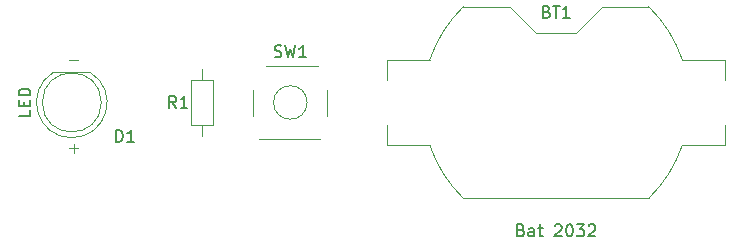
<source format=gto>
%TF.GenerationSoftware,KiCad,Pcbnew,9.0.3*%
%TF.CreationDate,2025-08-26T14:35:58+05:30*%
%TF.ProjectId,Project 1 LED Torch,50726f6a-6563-4742-9031-204c45442054,1*%
%TF.SameCoordinates,Original*%
%TF.FileFunction,Legend,Top*%
%TF.FilePolarity,Positive*%
%FSLAX46Y46*%
G04 Gerber Fmt 4.6, Leading zero omitted, Abs format (unit mm)*
G04 Created by KiCad (PCBNEW 9.0.3) date 2025-08-26 14:35:58*
%MOMM*%
%LPD*%
G01*
G04 APERTURE LIST*
%ADD10C,0.100000*%
%ADD11C,0.150000*%
%ADD12C,0.120000*%
G04 APERTURE END LIST*
D10*
X110803884Y-126491466D02*
X111565789Y-126491466D01*
X111184836Y-126872419D02*
X111184836Y-126110514D01*
X110803884Y-118991466D02*
X111565789Y-118991466D01*
D11*
X119833333Y-123079819D02*
X119500000Y-122603628D01*
X119261905Y-123079819D02*
X119261905Y-122079819D01*
X119261905Y-122079819D02*
X119642857Y-122079819D01*
X119642857Y-122079819D02*
X119738095Y-122127438D01*
X119738095Y-122127438D02*
X119785714Y-122175057D01*
X119785714Y-122175057D02*
X119833333Y-122270295D01*
X119833333Y-122270295D02*
X119833333Y-122413152D01*
X119833333Y-122413152D02*
X119785714Y-122508390D01*
X119785714Y-122508390D02*
X119738095Y-122556009D01*
X119738095Y-122556009D02*
X119642857Y-122603628D01*
X119642857Y-122603628D02*
X119261905Y-122603628D01*
X120785714Y-123079819D02*
X120214286Y-123079819D01*
X120500000Y-123079819D02*
X120500000Y-122079819D01*
X120500000Y-122079819D02*
X120404762Y-122222676D01*
X120404762Y-122222676D02*
X120309524Y-122317914D01*
X120309524Y-122317914D02*
X120214286Y-122365533D01*
X128166667Y-118732200D02*
X128309524Y-118779819D01*
X128309524Y-118779819D02*
X128547619Y-118779819D01*
X128547619Y-118779819D02*
X128642857Y-118732200D01*
X128642857Y-118732200D02*
X128690476Y-118684580D01*
X128690476Y-118684580D02*
X128738095Y-118589342D01*
X128738095Y-118589342D02*
X128738095Y-118494104D01*
X128738095Y-118494104D02*
X128690476Y-118398866D01*
X128690476Y-118398866D02*
X128642857Y-118351247D01*
X128642857Y-118351247D02*
X128547619Y-118303628D01*
X128547619Y-118303628D02*
X128357143Y-118256009D01*
X128357143Y-118256009D02*
X128261905Y-118208390D01*
X128261905Y-118208390D02*
X128214286Y-118160771D01*
X128214286Y-118160771D02*
X128166667Y-118065533D01*
X128166667Y-118065533D02*
X128166667Y-117970295D01*
X128166667Y-117970295D02*
X128214286Y-117875057D01*
X128214286Y-117875057D02*
X128261905Y-117827438D01*
X128261905Y-117827438D02*
X128357143Y-117779819D01*
X128357143Y-117779819D02*
X128595238Y-117779819D01*
X128595238Y-117779819D02*
X128738095Y-117827438D01*
X129071429Y-117779819D02*
X129309524Y-118779819D01*
X129309524Y-118779819D02*
X129500000Y-118065533D01*
X129500000Y-118065533D02*
X129690476Y-118779819D01*
X129690476Y-118779819D02*
X129928572Y-117779819D01*
X130833333Y-118779819D02*
X130261905Y-118779819D01*
X130547619Y-118779819D02*
X130547619Y-117779819D01*
X130547619Y-117779819D02*
X130452381Y-117922676D01*
X130452381Y-117922676D02*
X130357143Y-118017914D01*
X130357143Y-118017914D02*
X130261905Y-118065533D01*
X114761905Y-125954819D02*
X114761905Y-124954819D01*
X114761905Y-124954819D02*
X115000000Y-124954819D01*
X115000000Y-124954819D02*
X115142857Y-125002438D01*
X115142857Y-125002438D02*
X115238095Y-125097676D01*
X115238095Y-125097676D02*
X115285714Y-125192914D01*
X115285714Y-125192914D02*
X115333333Y-125383390D01*
X115333333Y-125383390D02*
X115333333Y-125526247D01*
X115333333Y-125526247D02*
X115285714Y-125716723D01*
X115285714Y-125716723D02*
X115238095Y-125811961D01*
X115238095Y-125811961D02*
X115142857Y-125907200D01*
X115142857Y-125907200D02*
X115000000Y-125954819D01*
X115000000Y-125954819D02*
X114761905Y-125954819D01*
X116285714Y-125954819D02*
X115714286Y-125954819D01*
X116000000Y-125954819D02*
X116000000Y-124954819D01*
X116000000Y-124954819D02*
X115904762Y-125097676D01*
X115904762Y-125097676D02*
X115809524Y-125192914D01*
X115809524Y-125192914D02*
X115714286Y-125240533D01*
X107494819Y-123262857D02*
X107494819Y-123739047D01*
X107494819Y-123739047D02*
X106494819Y-123739047D01*
X106971009Y-122929523D02*
X106971009Y-122596190D01*
X107494819Y-122453333D02*
X107494819Y-122929523D01*
X107494819Y-122929523D02*
X106494819Y-122929523D01*
X106494819Y-122929523D02*
X106494819Y-122453333D01*
X107494819Y-122024761D02*
X106494819Y-122024761D01*
X106494819Y-122024761D02*
X106494819Y-121786666D01*
X106494819Y-121786666D02*
X106542438Y-121643809D01*
X106542438Y-121643809D02*
X106637676Y-121548571D01*
X106637676Y-121548571D02*
X106732914Y-121500952D01*
X106732914Y-121500952D02*
X106923390Y-121453333D01*
X106923390Y-121453333D02*
X107066247Y-121453333D01*
X107066247Y-121453333D02*
X107256723Y-121500952D01*
X107256723Y-121500952D02*
X107351961Y-121548571D01*
X107351961Y-121548571D02*
X107447200Y-121643809D01*
X107447200Y-121643809D02*
X107494819Y-121786666D01*
X107494819Y-121786666D02*
X107494819Y-122024761D01*
X151214285Y-114936009D02*
X151357142Y-114983628D01*
X151357142Y-114983628D02*
X151404761Y-115031247D01*
X151404761Y-115031247D02*
X151452380Y-115126485D01*
X151452380Y-115126485D02*
X151452380Y-115269342D01*
X151452380Y-115269342D02*
X151404761Y-115364580D01*
X151404761Y-115364580D02*
X151357142Y-115412200D01*
X151357142Y-115412200D02*
X151261904Y-115459819D01*
X151261904Y-115459819D02*
X150880952Y-115459819D01*
X150880952Y-115459819D02*
X150880952Y-114459819D01*
X150880952Y-114459819D02*
X151214285Y-114459819D01*
X151214285Y-114459819D02*
X151309523Y-114507438D01*
X151309523Y-114507438D02*
X151357142Y-114555057D01*
X151357142Y-114555057D02*
X151404761Y-114650295D01*
X151404761Y-114650295D02*
X151404761Y-114745533D01*
X151404761Y-114745533D02*
X151357142Y-114840771D01*
X151357142Y-114840771D02*
X151309523Y-114888390D01*
X151309523Y-114888390D02*
X151214285Y-114936009D01*
X151214285Y-114936009D02*
X150880952Y-114936009D01*
X151738095Y-114459819D02*
X152309523Y-114459819D01*
X152023809Y-115459819D02*
X152023809Y-114459819D01*
X153166666Y-115459819D02*
X152595238Y-115459819D01*
X152880952Y-115459819D02*
X152880952Y-114459819D01*
X152880952Y-114459819D02*
X152785714Y-114602676D01*
X152785714Y-114602676D02*
X152690476Y-114697914D01*
X152690476Y-114697914D02*
X152595238Y-114745533D01*
X149047618Y-133431009D02*
X149190475Y-133478628D01*
X149190475Y-133478628D02*
X149238094Y-133526247D01*
X149238094Y-133526247D02*
X149285713Y-133621485D01*
X149285713Y-133621485D02*
X149285713Y-133764342D01*
X149285713Y-133764342D02*
X149238094Y-133859580D01*
X149238094Y-133859580D02*
X149190475Y-133907200D01*
X149190475Y-133907200D02*
X149095237Y-133954819D01*
X149095237Y-133954819D02*
X148714285Y-133954819D01*
X148714285Y-133954819D02*
X148714285Y-132954819D01*
X148714285Y-132954819D02*
X149047618Y-132954819D01*
X149047618Y-132954819D02*
X149142856Y-133002438D01*
X149142856Y-133002438D02*
X149190475Y-133050057D01*
X149190475Y-133050057D02*
X149238094Y-133145295D01*
X149238094Y-133145295D02*
X149238094Y-133240533D01*
X149238094Y-133240533D02*
X149190475Y-133335771D01*
X149190475Y-133335771D02*
X149142856Y-133383390D01*
X149142856Y-133383390D02*
X149047618Y-133431009D01*
X149047618Y-133431009D02*
X148714285Y-133431009D01*
X150142856Y-133954819D02*
X150142856Y-133431009D01*
X150142856Y-133431009D02*
X150095237Y-133335771D01*
X150095237Y-133335771D02*
X149999999Y-133288152D01*
X149999999Y-133288152D02*
X149809523Y-133288152D01*
X149809523Y-133288152D02*
X149714285Y-133335771D01*
X150142856Y-133907200D02*
X150047618Y-133954819D01*
X150047618Y-133954819D02*
X149809523Y-133954819D01*
X149809523Y-133954819D02*
X149714285Y-133907200D01*
X149714285Y-133907200D02*
X149666666Y-133811961D01*
X149666666Y-133811961D02*
X149666666Y-133716723D01*
X149666666Y-133716723D02*
X149714285Y-133621485D01*
X149714285Y-133621485D02*
X149809523Y-133573866D01*
X149809523Y-133573866D02*
X150047618Y-133573866D01*
X150047618Y-133573866D02*
X150142856Y-133526247D01*
X150476190Y-133288152D02*
X150857142Y-133288152D01*
X150619047Y-132954819D02*
X150619047Y-133811961D01*
X150619047Y-133811961D02*
X150666666Y-133907200D01*
X150666666Y-133907200D02*
X150761904Y-133954819D01*
X150761904Y-133954819D02*
X150857142Y-133954819D01*
X151904762Y-133050057D02*
X151952381Y-133002438D01*
X151952381Y-133002438D02*
X152047619Y-132954819D01*
X152047619Y-132954819D02*
X152285714Y-132954819D01*
X152285714Y-132954819D02*
X152380952Y-133002438D01*
X152380952Y-133002438D02*
X152428571Y-133050057D01*
X152428571Y-133050057D02*
X152476190Y-133145295D01*
X152476190Y-133145295D02*
X152476190Y-133240533D01*
X152476190Y-133240533D02*
X152428571Y-133383390D01*
X152428571Y-133383390D02*
X151857143Y-133954819D01*
X151857143Y-133954819D02*
X152476190Y-133954819D01*
X153095238Y-132954819D02*
X153190476Y-132954819D01*
X153190476Y-132954819D02*
X153285714Y-133002438D01*
X153285714Y-133002438D02*
X153333333Y-133050057D01*
X153333333Y-133050057D02*
X153380952Y-133145295D01*
X153380952Y-133145295D02*
X153428571Y-133335771D01*
X153428571Y-133335771D02*
X153428571Y-133573866D01*
X153428571Y-133573866D02*
X153380952Y-133764342D01*
X153380952Y-133764342D02*
X153333333Y-133859580D01*
X153333333Y-133859580D02*
X153285714Y-133907200D01*
X153285714Y-133907200D02*
X153190476Y-133954819D01*
X153190476Y-133954819D02*
X153095238Y-133954819D01*
X153095238Y-133954819D02*
X153000000Y-133907200D01*
X153000000Y-133907200D02*
X152952381Y-133859580D01*
X152952381Y-133859580D02*
X152904762Y-133764342D01*
X152904762Y-133764342D02*
X152857143Y-133573866D01*
X152857143Y-133573866D02*
X152857143Y-133335771D01*
X152857143Y-133335771D02*
X152904762Y-133145295D01*
X152904762Y-133145295D02*
X152952381Y-133050057D01*
X152952381Y-133050057D02*
X153000000Y-133002438D01*
X153000000Y-133002438D02*
X153095238Y-132954819D01*
X153761905Y-132954819D02*
X154380952Y-132954819D01*
X154380952Y-132954819D02*
X154047619Y-133335771D01*
X154047619Y-133335771D02*
X154190476Y-133335771D01*
X154190476Y-133335771D02*
X154285714Y-133383390D01*
X154285714Y-133383390D02*
X154333333Y-133431009D01*
X154333333Y-133431009D02*
X154380952Y-133526247D01*
X154380952Y-133526247D02*
X154380952Y-133764342D01*
X154380952Y-133764342D02*
X154333333Y-133859580D01*
X154333333Y-133859580D02*
X154285714Y-133907200D01*
X154285714Y-133907200D02*
X154190476Y-133954819D01*
X154190476Y-133954819D02*
X153904762Y-133954819D01*
X153904762Y-133954819D02*
X153809524Y-133907200D01*
X153809524Y-133907200D02*
X153761905Y-133859580D01*
X154761905Y-133050057D02*
X154809524Y-133002438D01*
X154809524Y-133002438D02*
X154904762Y-132954819D01*
X154904762Y-132954819D02*
X155142857Y-132954819D01*
X155142857Y-132954819D02*
X155238095Y-133002438D01*
X155238095Y-133002438D02*
X155285714Y-133050057D01*
X155285714Y-133050057D02*
X155333333Y-133145295D01*
X155333333Y-133145295D02*
X155333333Y-133240533D01*
X155333333Y-133240533D02*
X155285714Y-133383390D01*
X155285714Y-133383390D02*
X154714286Y-133954819D01*
X154714286Y-133954819D02*
X155333333Y-133954819D01*
D12*
%TO.C,R1*%
X122000000Y-119755000D02*
X122000000Y-120705000D01*
X122000000Y-125495000D02*
X122000000Y-124545000D01*
X121080000Y-124545000D02*
X122920000Y-124545000D01*
X122920000Y-120705000D01*
X121080000Y-120705000D01*
X121080000Y-124545000D01*
%TO.C,SW1*%
X126380000Y-123775000D02*
X126380000Y-121575000D01*
X126850000Y-125745000D02*
X132050000Y-125745000D01*
X127450000Y-119505000D02*
X131850000Y-119505000D01*
X132620000Y-121575000D02*
X132620000Y-123775000D01*
X130914214Y-122625000D02*
G75*
G02*
X128085786Y-122625000I-1414214J0D01*
G01*
X128085786Y-122625000D02*
G75*
G02*
X130914214Y-122625000I1414214J0D01*
G01*
%TO.C,D1*%
X112545000Y-120060000D02*
X109455000Y-120060000D01*
X111000000Y-125610000D02*
G75*
G02*
X109455170Y-120060000I0J2990000D01*
G01*
X112544830Y-120060000D02*
G75*
G02*
X111000000Y-125610000I-1544830J-2560000D01*
G01*
X113500000Y-122620000D02*
G75*
G02*
X108500000Y-122620000I-2500000J0D01*
G01*
X108500000Y-122620000D02*
G75*
G02*
X113500000Y-122620000I2500000J0D01*
G01*
%TO.C,BT1*%
X137690000Y-119015000D02*
X141308000Y-119015000D01*
X137690000Y-120725000D02*
X137690000Y-119015000D01*
X137690000Y-124525000D02*
X137690000Y-126235000D01*
X141308000Y-126235000D02*
X137690000Y-126235000D01*
X144152700Y-114515000D02*
X148140000Y-114515000D01*
X150340000Y-116715000D02*
X148140000Y-114515000D01*
X150340000Y-116715000D02*
X153660000Y-116715000D01*
X153660000Y-116715000D02*
X155860000Y-114515000D01*
X155860000Y-114515000D02*
X159847300Y-114515000D01*
X159847300Y-130735000D02*
X144152700Y-130735000D01*
X162692000Y-119015000D02*
X166310000Y-119015000D01*
X166310000Y-120725000D02*
X166310000Y-119015000D01*
X166310000Y-124525000D02*
X166310000Y-126235000D01*
X166310000Y-126235000D02*
X162692000Y-126235000D01*
X141308000Y-119015000D02*
G75*
G02*
X144154629Y-114513211I10692020J-3610012D01*
G01*
X144154629Y-130736789D02*
G75*
G02*
X141308000Y-126235000I7845371J8111789D01*
G01*
X159845371Y-114513211D02*
G75*
G02*
X162692000Y-119015000I-7845366J-8111785D01*
G01*
X162692000Y-126235000D02*
G75*
G02*
X159845372Y-130736790I-10692020J3610010D01*
G01*
%TD*%
M02*

</source>
